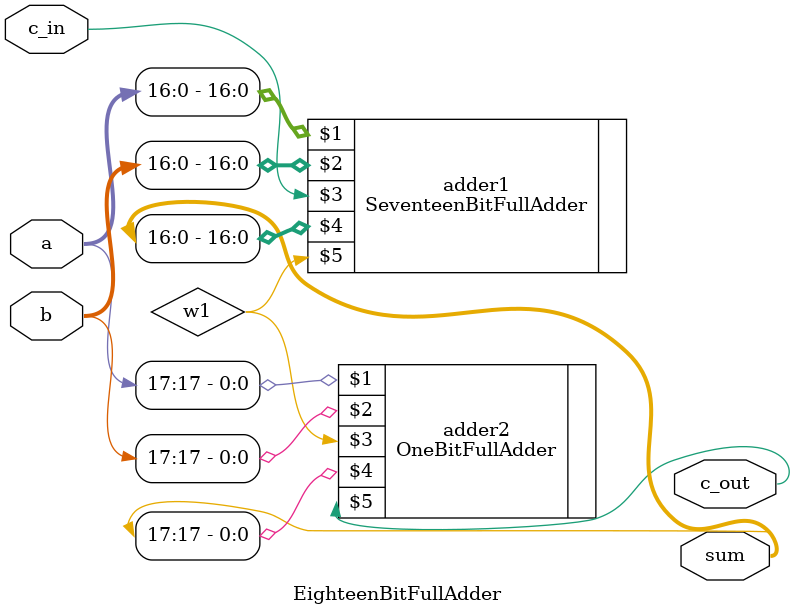
<source format=v>
/* EighteenBitFullAdder.v

By: Jacob Williamson

Module Description:
An eighteen bit full adder module

Inputs:
a [17:0] - the first number to be added
b [17:0] - the second number to be added
c_in - carry in

Outputs:
sum [17:0] - the sum of the two numbers being added
c_out - carry out

*/

module EighteenBitFullAdder(

	input [17:0] a,
	input [17:0] b,
	input c_in,
	output [17:0] sum,
	output c_out
	
);

	wire w1;

	SeventeenBitFullAdder adder1(
		a[16:0],
		b[16:0],
		c_in,
		sum[16:0],
		w1
	);
	
	OneBitFullAdder adder2(
		a[17],
		b[17],
		w1,
		sum[17],
		c_out
	);
	
endmodule

</source>
